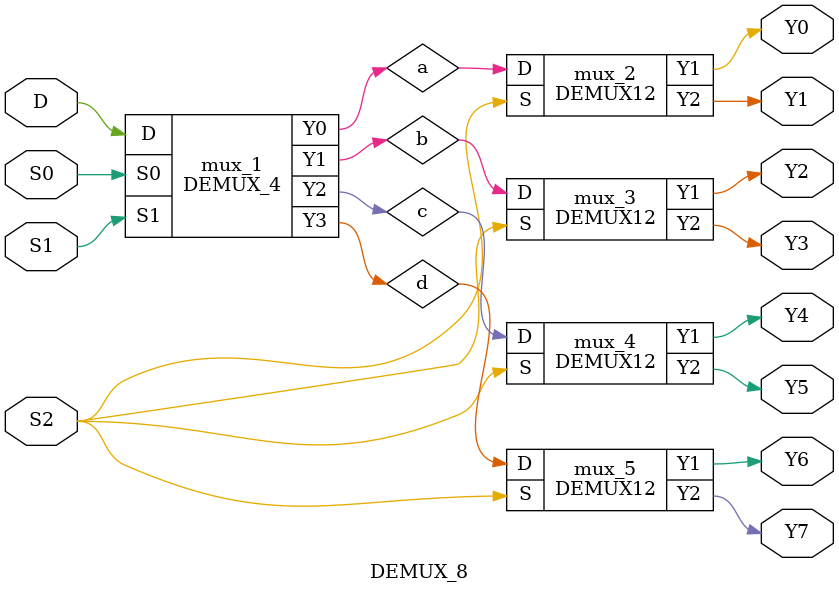
<source format=v>
module NOT(Y,A);
	input A;
	output Y;
	nand(Y,A,A);
endmodule
module AND(Y,A,B);
	input A,B;
	output Y;
	wire x;	
	nand(x,A,B);
	nand(Y,x,x);
endmodule

module DEMUX12(Y1,Y2,S,D);
	output Y1,Y2;
	input S,D;
	wire s;
	NOT n_1(s,S);
	AND and_1(Y1,s,D);
	AND and_2(Y2,S,D);
endmodule

module DEMUX_4(Y0,Y1,Y2,Y3,S0,S1,D);
input S0,S1,D;
output Y0,Y1,Y2,Y3;
wire x,y;
DEMUX12 mux_1(x,y,S0,D);
DEMUX12 mux_2(Y0,Y1,S1,x);
DEMUX12 mux_3(Y2,Y3,S1,y);
endmodule

module DEMUX_8(Y0,Y1,Y2,Y3,Y4,Y5,Y6,Y7,S0,S1,S2,D);
output Y0,Y1,Y2,Y3,Y4,Y5,Y6,Y7;
input S0,S1,S2,D;
wire a,b,c,d;
DEMUX_4 mux_1(a,b,c,d,S0,S1,D);
DEMUX12 mux_2(Y0,Y1,S2,a);
DEMUX12 mux_3(Y2,Y3,S2,b);
DEMUX12 mux_4(Y4,Y5,S2,c);
DEMUX12 mux_5(Y6,Y7,S2,d);
endmodule

</source>
